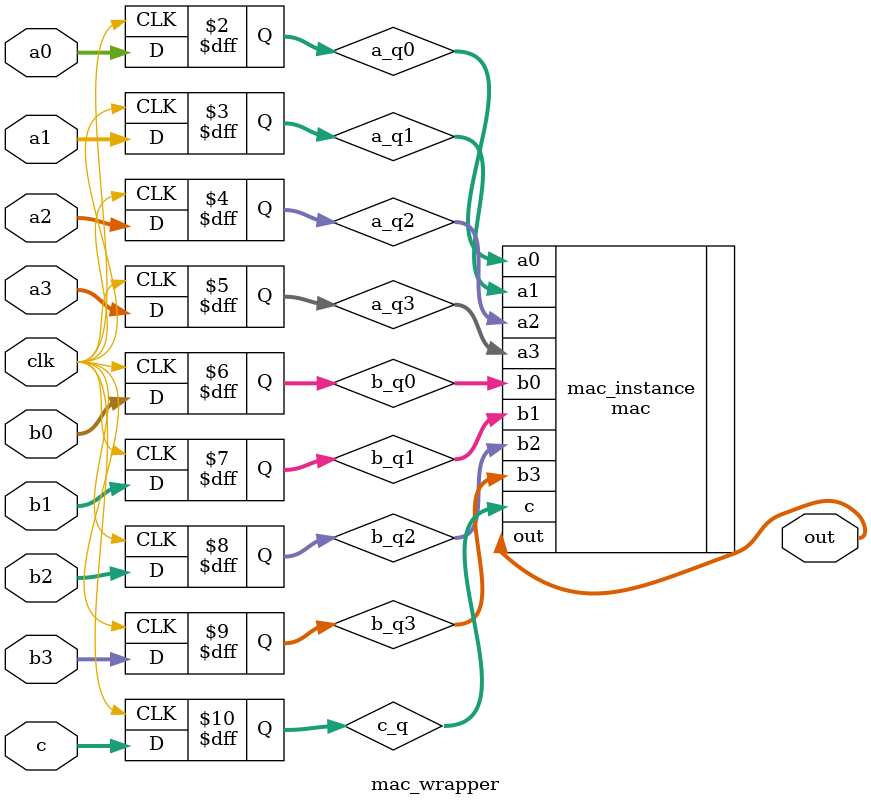
<source format=v>
module mac_wrapper (clk, out, a0, a1, a2, a3, b0, b1, b2, b3, c);

parameter bw = 4;
parameter psum_bw = 16;

output [psum_bw-1:0] out;
input  [bw-1:0] a0, a1, a2, a3;
input  [bw-1:0] b0, b1, b2, b3;
input  [psum_bw-1:0] c;
input  clk;

reg    [bw-1:0] a_q0, a_q1, a_q2, a_q3;
reg    [bw-1:0] b_q0, b_q1, b_q2, b_q3;
reg    [psum_bw-1:0] c_q;

mac #(.bw(bw), .psum_bw(psum_bw)) mac_instance (
        .a0(a_q0), 
        .a1(a_q1), 
        .a2(a_q2), 
        .a3(a_q3), 
        .b0(b_q0),
        .b1(b_q1),
        .b2(b_q2),
        .b3(b_q3),
        .c(c_q),
	.out(out)
); 

always @ (posedge clk) begin
        b_q0  <= b0;
        b_q1  <= b1;
        b_q2  <= b2;
        b_q3  <= b3;

        a_q0  <= a0;
        a_q1  <= a1;
        a_q2  <= a2;
        a_q3  <= a3;
        
        c_q  <= c;
end

endmodule

</source>
